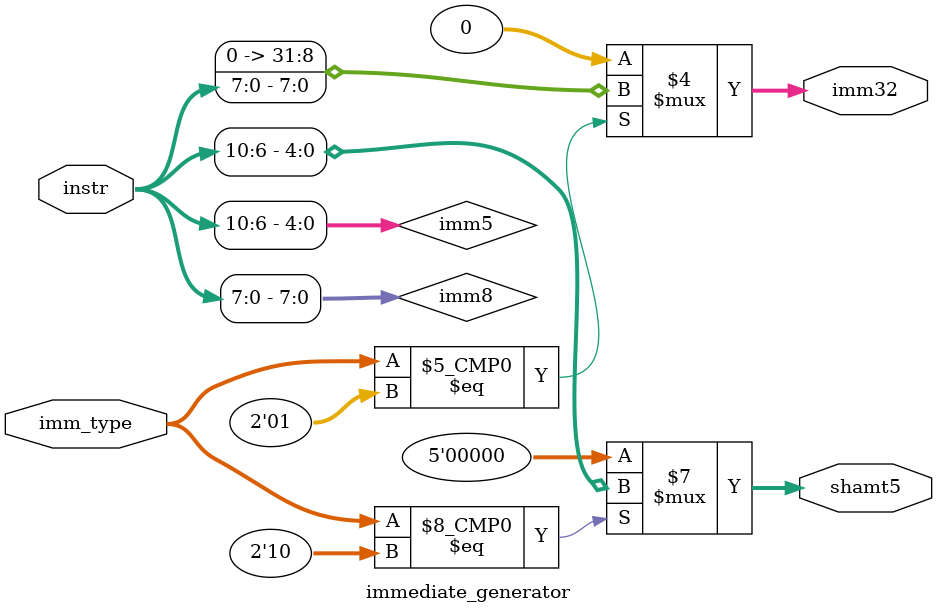
<source format=v>
`timescale 1ns/1ps

module immediate_generator (
    input  [15:0] instr,
    input  [1:0]  imm_type,
    output reg [31:0] imm32,
    output reg [4:0]  shamt5
);

    // Immediate selection types
    localparam [1:0]
        IMM_NONE   = 2'd0,
        IMM_IMM8   = 2'd1,
        IMM_SHIFT5 = 2'd2;

    // Extracted fields
    wire [7:0] imm8 = instr[7:0];
    wire [4:0] imm5 = instr[10:6];

    always @* begin
        // Defaults
        imm32  = 32'd0;
        shamt5 = 5'd0;

        case (imm_type)
            IMM_IMM8:   imm32  = {24'd0, imm8}; // Zero-extend 8-bit immediate
            IMM_SHIFT5: shamt5 = imm5;          // Shift amount
        endcase
    end

endmodule

</source>
